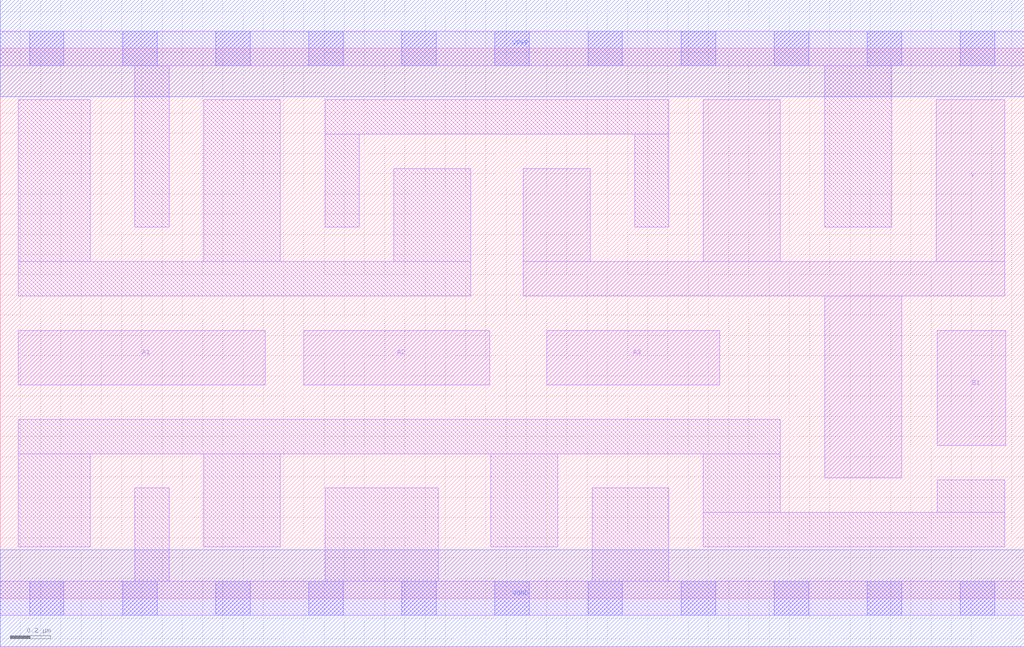
<source format=lef>
# Copyright 2020 The SkyWater PDK Authors
#
# Licensed under the Apache License, Version 2.0 (the "License");
# you may not use this file except in compliance with the License.
# You may obtain a copy of the License at
#
#     https://www.apache.org/licenses/LICENSE-2.0
#
# Unless required by applicable law or agreed to in writing, software
# distributed under the License is distributed on an "AS IS" BASIS,
# WITHOUT WARRANTIES OR CONDITIONS OF ANY KIND, either express or implied.
# See the License for the specific language governing permissions and
# limitations under the License.
#
# SPDX-License-Identifier: Apache-2.0

VERSION 5.7 ;
  NOWIREEXTENSIONATPIN ON ;
  DIVIDERCHAR "/" ;
  BUSBITCHARS "[]" ;
UNITS
  DATABASE MICRONS 200 ;
END UNITS
PROPERTYDEFINITIONS
  MACRO maskLayoutSubType STRING ;
  MACRO prCellType STRING ;
  MACRO originalViewName STRING ;
END PROPERTYDEFINITIONS
MACRO sky130_fd_sc_hdll__o31ai_2
  CLASS CORE ;
  FOREIGN sky130_fd_sc_hdll__o31ai_2 ;
  ORIGIN  0.000000  0.000000 ;
  SIZE  5.060000 BY  2.720000 ;
  SYMMETRY X Y R90 ;
  SITE unithd ;
  PIN A1
    ANTENNAGATEAREA  0.555000 ;
    DIRECTION INPUT ;
    USE SIGNAL ;
    PORT
      LAYER li1 ;
        RECT 0.090000 1.055000 1.310000 1.325000 ;
    END
  END A1
  PIN A2
    ANTENNAGATEAREA  0.555000 ;
    DIRECTION INPUT ;
    USE SIGNAL ;
    PORT
      LAYER li1 ;
        RECT 1.500000 1.055000 2.420000 1.325000 ;
    END
  END A2
  PIN A3
    ANTENNAGATEAREA  0.555000 ;
    DIRECTION INPUT ;
    USE SIGNAL ;
    PORT
      LAYER li1 ;
        RECT 2.700000 1.055000 3.555000 1.325000 ;
    END
  END A3
  PIN B1
    ANTENNAGATEAREA  0.555000 ;
    DIRECTION INPUT ;
    USE SIGNAL ;
    PORT
      LAYER li1 ;
        RECT 4.630000 0.755000 4.970000 1.325000 ;
    END
  END B1
  PIN Y
    ANTENNADIFFAREA  1.136000 ;
    DIRECTION OUTPUT ;
    USE SIGNAL ;
    PORT
      LAYER li1 ;
        RECT 2.585000 1.495000 4.965000 1.665000 ;
        RECT 2.585000 1.665000 2.915000 2.125000 ;
        RECT 3.475000 1.665000 3.855000 2.465000 ;
        RECT 4.075000 0.595000 4.455000 1.495000 ;
        RECT 4.625000 1.665000 4.965000 2.465000 ;
    END
  END Y
  PIN VGND
    DIRECTION INOUT ;
    USE GROUND ;
    PORT
      LAYER met1 ;
        RECT 0.000000 -0.240000 5.060000 0.240000 ;
    END
  END VGND
  PIN VPWR
    DIRECTION INOUT ;
    USE POWER ;
    PORT
      LAYER met1 ;
        RECT 0.000000 2.480000 5.060000 2.960000 ;
    END
  END VPWR
  OBS
    LAYER li1 ;
      RECT 0.000000 -0.085000 5.060000 0.085000 ;
      RECT 0.000000  2.635000 5.060000 2.805000 ;
      RECT 0.090000  0.255000 0.445000 0.715000 ;
      RECT 0.090000  0.715000 3.855000 0.885000 ;
      RECT 0.090000  1.495000 2.325000 1.665000 ;
      RECT 0.090000  1.665000 0.445000 2.465000 ;
      RECT 0.665000  0.085000 0.835000 0.545000 ;
      RECT 0.665000  1.835000 0.835000 2.635000 ;
      RECT 1.005000  0.255000 1.385000 0.715000 ;
      RECT 1.005000  1.665000 1.385000 2.465000 ;
      RECT 1.605000  0.085000 2.165000 0.545000 ;
      RECT 1.605000  1.835000 1.775000 2.295000 ;
      RECT 1.605000  2.295000 3.305000 2.465000 ;
      RECT 1.945000  1.665000 2.325000 2.125000 ;
      RECT 2.425000  0.255000 2.755000 0.715000 ;
      RECT 2.925000  0.085000 3.305000 0.545000 ;
      RECT 3.135000  1.835000 3.305000 2.295000 ;
      RECT 3.475000  0.255000 4.965000 0.425000 ;
      RECT 3.475000  0.425000 3.855000 0.715000 ;
      RECT 4.075000  1.835000 4.405000 2.635000 ;
      RECT 4.630000  0.425000 4.965000 0.585000 ;
    LAYER mcon ;
      RECT 0.145000 -0.085000 0.315000 0.085000 ;
      RECT 0.145000  2.635000 0.315000 2.805000 ;
      RECT 0.605000 -0.085000 0.775000 0.085000 ;
      RECT 0.605000  2.635000 0.775000 2.805000 ;
      RECT 1.065000 -0.085000 1.235000 0.085000 ;
      RECT 1.065000  2.635000 1.235000 2.805000 ;
      RECT 1.525000 -0.085000 1.695000 0.085000 ;
      RECT 1.525000  2.635000 1.695000 2.805000 ;
      RECT 1.985000 -0.085000 2.155000 0.085000 ;
      RECT 1.985000  2.635000 2.155000 2.805000 ;
      RECT 2.445000 -0.085000 2.615000 0.085000 ;
      RECT 2.445000  2.635000 2.615000 2.805000 ;
      RECT 2.905000 -0.085000 3.075000 0.085000 ;
      RECT 2.905000  2.635000 3.075000 2.805000 ;
      RECT 3.365000 -0.085000 3.535000 0.085000 ;
      RECT 3.365000  2.635000 3.535000 2.805000 ;
      RECT 3.825000 -0.085000 3.995000 0.085000 ;
      RECT 3.825000  2.635000 3.995000 2.805000 ;
      RECT 4.285000 -0.085000 4.455000 0.085000 ;
      RECT 4.285000  2.635000 4.455000 2.805000 ;
      RECT 4.745000 -0.085000 4.915000 0.085000 ;
      RECT 4.745000  2.635000 4.915000 2.805000 ;
  END
  PROPERTY maskLayoutSubType "abstract" ;
  PROPERTY prCellType "standard" ;
  PROPERTY originalViewName "layout" ;
END sky130_fd_sc_hdll__o31ai_2
END LIBRARY

</source>
